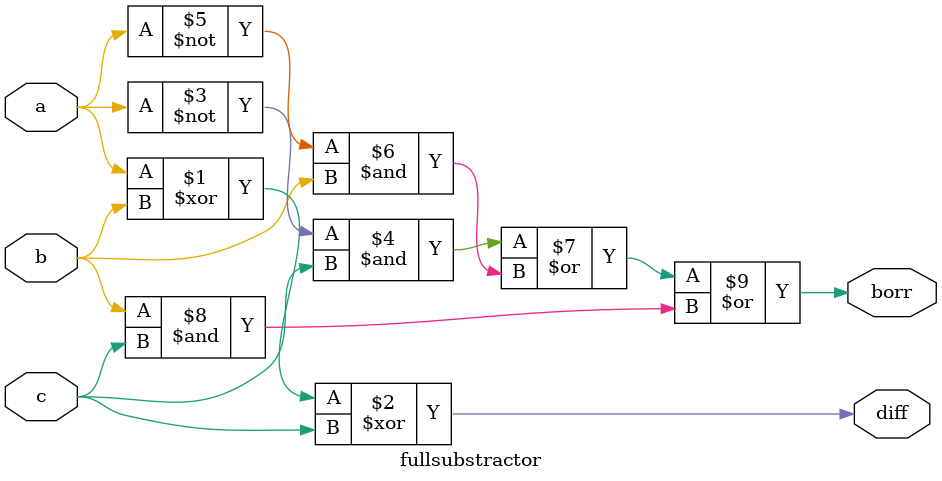
<source format=v>
module fullsubstractor (a,b,c,diff,borr);

    input a,b,c;
    output diff,borr;

    assign diff = a^b^c;
    assign borr = ~a&c | ~a&b | b&c;
    
endmodule
</source>
